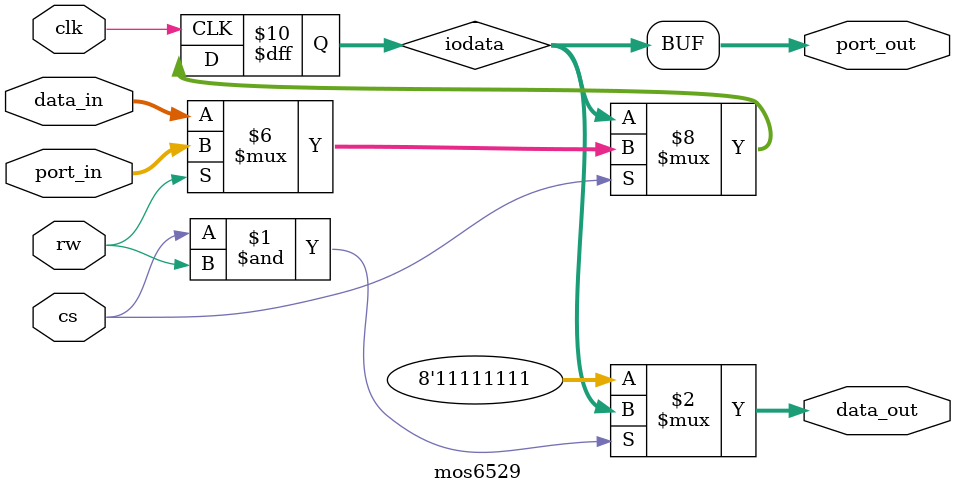
<source format=v>
`timescale 1ns / 1ps

module mos6529(
	 input clk,
    input [7:0] data_in,
    output wire [7:0] data_out,
    input [7:0] port_in,
    output wire [7:0] port_out,
    input rw,
    input cs
    );

reg [7:0] iodata=0;

assign port_out=iodata;
assign data_out=(cs & rw)?iodata:8'hff;

always @(posedge clk)
	begin
	if(cs)
		if(rw)
			iodata<=port_in;
		else
			iodata<=data_in;
	end
endmodule

</source>
